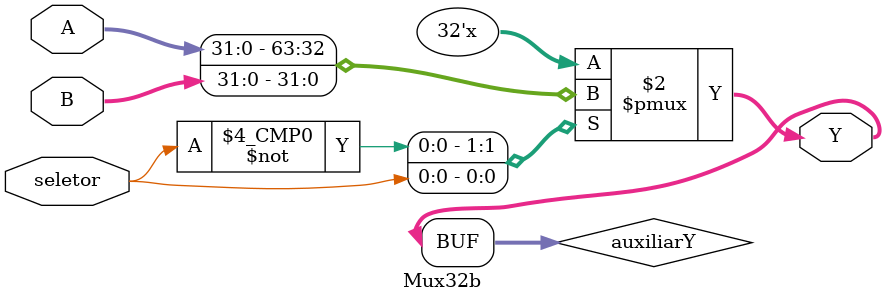
<source format=v>
module Mux32b(
    input wire seletor,
    input wire [31:0] A,
    input wire [31:0] B,
    output wire [31:0] Y          
);

    reg [31:0] auxiliarY;

    always @(*) begin
        case (seletor)
            0: auxiliarY = A;
            1: auxiliarY = B;
            default: auxiliarY = 32'b00000000000000000000000000000000; // Operação inválida
        endcase
    end

    assign Y = auxiliarY;
    
endmodule

</source>
